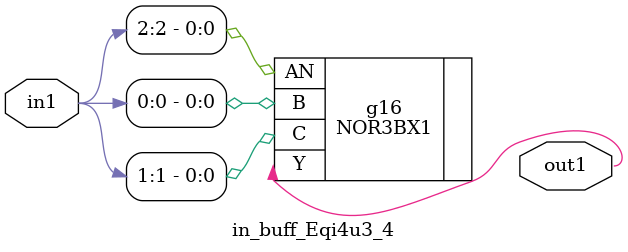
<source format=v>
`timescale 1ps / 1ps


module in_buff_Eqi4u3_4(in1, out1);
  input [2:0] in1;
  output out1;
  wire [2:0] in1;
  wire out1;
  NOR3BX1 g16(.AN (in1[2]), .B (in1[0]), .C (in1[1]), .Y (out1));
endmodule



</source>
